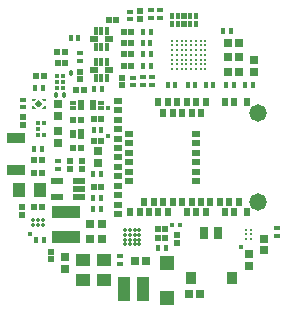
<source format=gts>
G04*
G04 #@! TF.GenerationSoftware,Altium Limited,Altium Designer,23.0.1 (38)*
G04*
G04 Layer_Color=8388736*
%FSLAX25Y25*%
%MOIN*%
G70*
G04*
G04 #@! TF.SameCoordinates,78B848BC-93E4-4EEF-81BE-5096D5435DE8*
G04*
G04*
G04 #@! TF.FilePolarity,Negative*
G04*
G01*
G75*
%ADD56R,0.09540X0.04482*%
%ADD57R,0.01781X0.01860*%
%ADD58R,0.02178X0.02060*%
%ADD59R,0.01981X0.02178*%
%ADD60R,0.06300X0.03200*%
%ADD61R,0.02375X0.03556*%
%ADD62R,0.02155X0.01564*%
%ADD63R,0.02962X0.01900*%
%ADD64R,0.01730X0.02765*%
%ADD65R,0.01500X0.02765*%
%ADD66R,0.02414X0.03365*%
%ADD67R,0.02093X0.01387*%
%ADD68R,0.04224X0.02225*%
%ADD69R,0.03162X0.04147*%
%ADD70R,0.03556X0.03950*%
%ADD71C,0.01350*%
%ADD72C,0.01350*%
%ADD73C,0.01699*%
%ADD74C,0.01684*%
%ADD75C,0.01300*%
%ADD76R,0.04900X0.04900*%
%ADD77R,0.01300X0.02000*%
%ADD78R,0.02100X0.02000*%
%ADD79R,0.03950X0.07887*%
%ADD80C,0.00098*%
%ADD81C,0.00088*%
%ADD82P,0.00118X4X180.0*%
%ADD83R,0.04737X0.03950*%
%ADD84R,0.03950X0.04737*%
%ADD85R,0.02962X0.02765*%
%ADD86R,0.02765X0.02962*%
%ADD87R,0.02060X0.02178*%
%ADD88R,0.02178X0.01981*%
%ADD89R,0.01860X0.01781*%
%ADD90R,0.02762X0.01975*%
%ADD91R,0.01975X0.02762*%
%ADD92C,0.05800*%
%ADD93C,0.01700*%
%ADD94C,0.01800*%
G36*
X14710Y69925D02*
X14001D01*
X13292Y70634D01*
Y70752D01*
X14710D01*
Y69925D01*
D02*
G37*
G36*
X11324Y70634D02*
X10615Y69925D01*
X9907D01*
Y70752D01*
X11324D01*
Y70634D01*
D02*
G37*
G36*
X13505Y69179D02*
X13505Y68900D01*
X12447Y67843D01*
X12169D01*
X11111Y68900D01*
Y69179D01*
X12169Y70237D01*
X12447D01*
X13505Y69179D01*
D02*
G37*
G36*
X14710Y67327D02*
X13292D01*
Y67445D01*
X14001Y68154D01*
X14710D01*
Y67327D01*
D02*
G37*
G36*
X11324Y67445D02*
Y67327D01*
X9907D01*
Y68154D01*
X10615D01*
X11324Y67445D01*
D02*
G37*
D56*
X21400Y24509D02*
D03*
Y33091D02*
D03*
D57*
X14000Y23700D02*
D03*
X11400D02*
D03*
X30700Y73800D02*
D03*
X33300D02*
D03*
X67909Y75100D02*
D03*
X70509D02*
D03*
X55209D02*
D03*
X57810D02*
D03*
X64509D02*
D03*
X61910D02*
D03*
X74610D02*
D03*
X77210D02*
D03*
X73700Y93300D02*
D03*
X76300D02*
D03*
X49500Y89300D02*
D03*
X46900D02*
D03*
X81109Y75100D02*
D03*
X83710D02*
D03*
X30500Y37600D02*
D03*
X33100D02*
D03*
X30500Y45700D02*
D03*
X33100D02*
D03*
X30500Y34000D02*
D03*
X33100D02*
D03*
X54600Y20800D02*
D03*
X52000D02*
D03*
X47000Y92900D02*
D03*
X49600D02*
D03*
X25500Y90800D02*
D03*
X22900D02*
D03*
X47000Y85600D02*
D03*
X49600D02*
D03*
X11200Y74200D02*
D03*
X13800D02*
D03*
X47000Y81700D02*
D03*
X49600D02*
D03*
X10809Y54007D02*
D03*
X13409D02*
D03*
X30600Y60200D02*
D03*
X33200D02*
D03*
D58*
X24800Y73700D02*
D03*
X30600Y41200D02*
D03*
X35600Y97000D02*
D03*
X54500Y27300D02*
D03*
X40600Y92800D02*
D03*
Y85600D02*
D03*
Y89400D02*
D03*
X54500Y24100D02*
D03*
X13300Y34500D02*
D03*
X18600Y82600D02*
D03*
X11300Y78200D02*
D03*
X21100Y86400D02*
D03*
X40600Y81700D02*
D03*
X13300Y50100D02*
D03*
X10800Y46000D02*
D03*
X23800Y54200D02*
D03*
X30600Y63800D02*
D03*
X33200Y56700D02*
D03*
X23800Y63700D02*
D03*
D59*
X27400Y73700D02*
D03*
X33200Y41200D02*
D03*
X38200Y97000D02*
D03*
X51900Y27300D02*
D03*
X43200Y92800D02*
D03*
Y85600D02*
D03*
Y89400D02*
D03*
X51900Y24100D02*
D03*
X10700Y34500D02*
D03*
X21200Y82600D02*
D03*
X13900Y78200D02*
D03*
X18500Y86400D02*
D03*
X43200Y81700D02*
D03*
X10700Y50100D02*
D03*
X13400Y46000D02*
D03*
X26400Y54200D02*
D03*
X33200Y63800D02*
D03*
X30600Y56700D02*
D03*
X26400Y63700D02*
D03*
D60*
X4800Y47079D02*
D03*
Y57721D02*
D03*
D61*
X26462Y68500D02*
D03*
X30338D02*
D03*
D62*
X23706Y67614D02*
D03*
Y69386D02*
D03*
X33094Y67614D02*
D03*
Y69386D02*
D03*
D63*
X30641Y90700D02*
D03*
X35759D02*
D03*
Y80400D02*
D03*
X30641D02*
D03*
D64*
X35168Y93357D02*
D03*
X31231D02*
D03*
Y88042D02*
D03*
X35168D02*
D03*
Y77742D02*
D03*
X31231D02*
D03*
Y83057D02*
D03*
X35168D02*
D03*
D65*
X33200Y93357D02*
D03*
Y88042D02*
D03*
Y77742D02*
D03*
Y83057D02*
D03*
D66*
X26500Y58900D02*
D03*
D67*
X23700Y58100D02*
D03*
Y59700D02*
D03*
D68*
X18360Y38041D02*
D03*
Y43159D02*
D03*
X25840D02*
D03*
Y40600D02*
D03*
Y38041D02*
D03*
D69*
X67438Y25931D02*
D03*
X72162D02*
D03*
D70*
X62910Y11069D02*
D03*
X76690D02*
D03*
D71*
X13575Y28613D02*
D03*
X12000D02*
D03*
X10425D02*
D03*
X13575Y30187D02*
D03*
X12000D02*
D03*
X10425D02*
D03*
D72*
X45862Y26862D02*
D03*
Y25287D02*
D03*
Y23713D02*
D03*
Y22138D02*
D03*
X44287Y26862D02*
D03*
Y25287D02*
D03*
Y23713D02*
D03*
Y22138D02*
D03*
X42713Y26862D02*
D03*
Y25287D02*
D03*
Y22138D02*
D03*
X41138Y26862D02*
D03*
Y25287D02*
D03*
Y23713D02*
D03*
Y22138D02*
D03*
X42713Y23713D02*
D03*
D73*
X13984Y62568D02*
D03*
Y58631D02*
D03*
X12016Y62568D02*
D03*
Y60600D02*
D03*
Y58631D02*
D03*
D74*
X20384Y78268D02*
D03*
Y76300D02*
D03*
Y74331D02*
D03*
X18416Y78268D02*
D03*
Y76300D02*
D03*
Y74331D02*
D03*
D75*
X81513Y27075D02*
D03*
X83087D02*
D03*
X81513Y25500D02*
D03*
X83087D02*
D03*
X81513Y23925D02*
D03*
X83087D02*
D03*
X67799Y80607D02*
D03*
X66224D02*
D03*
X64650D02*
D03*
X63075D02*
D03*
X61500D02*
D03*
X59925D02*
D03*
X58350D02*
D03*
X56776D02*
D03*
X67799Y82182D02*
D03*
X66224D02*
D03*
X64650D02*
D03*
X63075D02*
D03*
X61500D02*
D03*
X59925D02*
D03*
X58350D02*
D03*
X56776D02*
D03*
X67799Y83757D02*
D03*
X66224D02*
D03*
X64650D02*
D03*
X63075D02*
D03*
X61500D02*
D03*
X59925D02*
D03*
X58350D02*
D03*
X56776D02*
D03*
X67799Y85331D02*
D03*
X66224D02*
D03*
X64650D02*
D03*
X63075D02*
D03*
X61500D02*
D03*
X59925D02*
D03*
X58350D02*
D03*
X56776D02*
D03*
X67799Y86906D02*
D03*
X66224D02*
D03*
X64650D02*
D03*
X63075D02*
D03*
X61500D02*
D03*
X59925D02*
D03*
X58350D02*
D03*
X56776D02*
D03*
X67799Y88481D02*
D03*
X66224D02*
D03*
X64650D02*
D03*
X63075D02*
D03*
X61500D02*
D03*
X59925D02*
D03*
X58350D02*
D03*
X56776D02*
D03*
X67799Y90056D02*
D03*
X66224D02*
D03*
X64650D02*
D03*
X63075D02*
D03*
X61500D02*
D03*
X59925D02*
D03*
X58350D02*
D03*
X56776D02*
D03*
D76*
X54900Y4200D02*
D03*
Y15900D02*
D03*
D77*
X64569Y98200D02*
D03*
X62600D02*
D03*
X56693D02*
D03*
Y95562D02*
D03*
X58662D02*
D03*
X62600D02*
D03*
X64569D02*
D03*
X58662Y98200D02*
D03*
D78*
X60631D02*
D03*
Y95562D02*
D03*
D79*
X40650Y7300D02*
D03*
X46950D02*
D03*
D80*
X14296Y67740D02*
D03*
Y70339D02*
D03*
D81*
X10500Y70400D02*
D03*
Y67679D02*
D03*
D82*
X12308Y69040D02*
D03*
D83*
X34100Y10353D02*
D03*
Y17047D02*
D03*
X27100Y10353D02*
D03*
Y17047D02*
D03*
D84*
X5853Y40200D02*
D03*
X12547D02*
D03*
D85*
X82400Y18868D02*
D03*
Y14931D02*
D03*
X87500Y24069D02*
D03*
Y20132D02*
D03*
X18800Y64863D02*
D03*
Y68800D02*
D03*
Y55831D02*
D03*
Y59768D02*
D03*
X20900Y17868D02*
D03*
Y13931D02*
D03*
X83900Y83675D02*
D03*
Y79738D02*
D03*
X32100Y53268D02*
D03*
Y49332D02*
D03*
D86*
X79194Y89131D02*
D03*
X75257D02*
D03*
X62231Y5500D02*
D03*
X66168D02*
D03*
X75231Y79732D02*
D03*
X79168D02*
D03*
X75257Y84632D02*
D03*
X79194D02*
D03*
X44232Y16500D02*
D03*
X48169D02*
D03*
X29417Y28800D02*
D03*
X33354D02*
D03*
X29417Y24000D02*
D03*
X33354D02*
D03*
D87*
X45900Y97200D02*
D03*
X16400Y19700D02*
D03*
X58300Y22700D02*
D03*
X26000Y77100D02*
D03*
X6700Y31900D02*
D03*
X40100Y75109D02*
D03*
X22700Y49900D02*
D03*
X26700Y47400D02*
D03*
X7100Y61900D02*
D03*
D88*
X45900Y99800D02*
D03*
X16400Y17100D02*
D03*
X58300Y25300D02*
D03*
X26000Y79700D02*
D03*
X6700Y34500D02*
D03*
X40100Y77710D02*
D03*
X22700Y47300D02*
D03*
X26700Y50000D02*
D03*
X7100Y64500D02*
D03*
D89*
X50200Y75209D02*
D03*
Y77810D02*
D03*
X46900Y75209D02*
D03*
Y77810D02*
D03*
X52800Y100200D02*
D03*
Y97600D02*
D03*
X42600Y99700D02*
D03*
Y97100D02*
D03*
X39500Y18100D02*
D03*
Y15500D02*
D03*
X26000Y85900D02*
D03*
Y83300D02*
D03*
X49600Y97600D02*
D03*
Y100200D02*
D03*
X7000Y70400D02*
D03*
Y67800D02*
D03*
X91800Y24900D02*
D03*
Y27500D02*
D03*
X43600Y75109D02*
D03*
Y77710D02*
D03*
X18800Y50000D02*
D03*
Y47400D02*
D03*
D90*
X38816Y66873D02*
D03*
X42359Y52700D02*
D03*
Y46401D02*
D03*
Y43251D02*
D03*
X38816Y47976D02*
D03*
X64800Y49550D02*
D03*
Y58999D02*
D03*
Y55850D02*
D03*
X38816Y70023D02*
D03*
X42359Y58999D02*
D03*
Y49550D02*
D03*
Y55850D02*
D03*
X38816Y60574D02*
D03*
Y41676D02*
D03*
Y44826D02*
D03*
Y57424D02*
D03*
Y54275D02*
D03*
Y51125D02*
D03*
Y63724D02*
D03*
Y35377D02*
D03*
Y32228D02*
D03*
X64800Y52700D02*
D03*
Y46401D02*
D03*
Y43251D02*
D03*
X38816Y38527D02*
D03*
D91*
X55351Y69432D02*
D03*
X60076Y65889D02*
D03*
X50627Y36361D02*
D03*
X64800Y69432D02*
D03*
X77398D02*
D03*
X74249D02*
D03*
X58501D02*
D03*
X75824Y36361D02*
D03*
X69524D02*
D03*
X67950Y69432D02*
D03*
X53776Y36361D02*
D03*
X63225D02*
D03*
X56926D02*
D03*
X49052Y32818D02*
D03*
X52201Y69432D02*
D03*
X64800Y32818D02*
D03*
X42753D02*
D03*
X52201D02*
D03*
X66375Y65889D02*
D03*
X63225D02*
D03*
X47477Y36361D02*
D03*
X45902Y32818D02*
D03*
X55351D02*
D03*
X61650D02*
D03*
X60075Y36361D02*
D03*
X66375D02*
D03*
X67950Y32818D02*
D03*
X56926Y65889D02*
D03*
X77398Y32818D02*
D03*
X74249D02*
D03*
X72674Y36361D02*
D03*
X78973D02*
D03*
X81729Y32818D02*
D03*
X61650Y69432D02*
D03*
X53776Y65889D02*
D03*
X81729Y69432D02*
D03*
D92*
X85451Y65917D02*
D03*
Y36300D02*
D03*
D93*
X79600Y21400D02*
D03*
X9516Y25649D02*
D03*
X35300Y67600D02*
D03*
X35400Y58400D02*
D03*
X59400Y28500D02*
D03*
X56870Y28540D02*
D03*
D94*
X20800Y71800D02*
D03*
X18100Y71900D02*
D03*
X23200Y79400D02*
D03*
M02*

</source>
